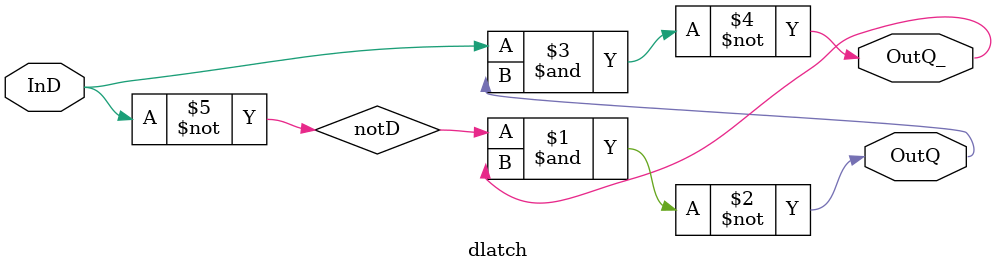
<source format=v>
module dlatch(InD, OutQ, OutQ_);

output OutQ, OutQ_;
input InD;

wire notD;//output of invert D also known as s'

not(notD, InD);

nand(OutQ, notD, OutQ_);
nand(OutQ_, InD, OutQ);

endmodule

</source>
